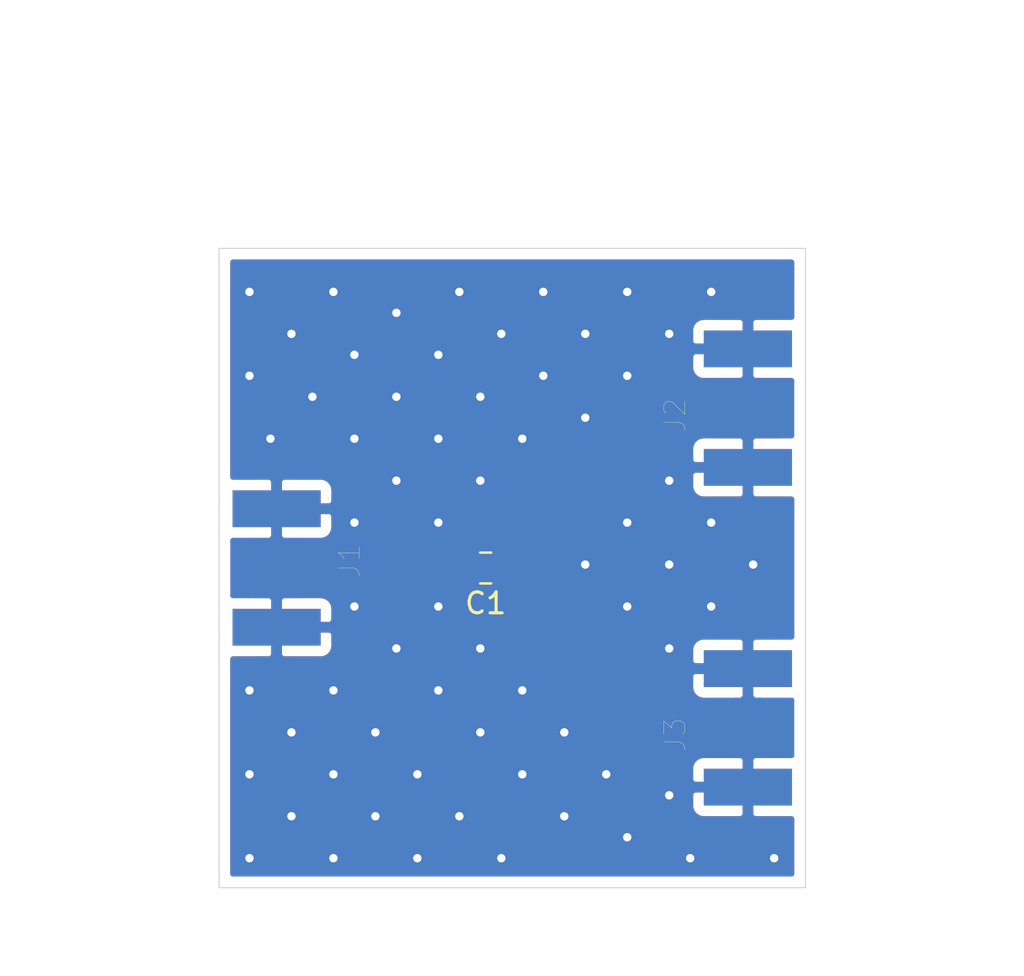
<source format=kicad_pcb>
(kicad_pcb (version 20171130) (host pcbnew "(5.1.9)-1")

  (general
    (thickness 1.6)
    (drawings 4)
    (tracks 71)
    (zones 0)
    (modules 4)
    (nets 4)
  )

  (page A4)
  (layers
    (0 F.Cu signal)
    (31 B.Cu signal)
    (32 B.Adhes user)
    (33 F.Adhes user)
    (34 B.Paste user)
    (35 F.Paste user)
    (36 B.SilkS user)
    (37 F.SilkS user)
    (38 B.Mask user)
    (39 F.Mask user)
    (40 Dwgs.User user)
    (41 Cmts.User user)
    (42 Eco1.User user)
    (43 Eco2.User user)
    (44 Edge.Cuts user)
    (45 Margin user)
    (46 B.CrtYd user)
    (47 F.CrtYd user)
    (48 B.Fab user)
    (49 F.Fab user)
  )

  (setup
    (last_trace_width 0.25)
    (user_trace_width 1)
    (trace_clearance 0.2)
    (zone_clearance 0.508)
    (zone_45_only no)
    (trace_min 0.2)
    (via_size 0.8)
    (via_drill 0.4)
    (via_min_size 0.4)
    (via_min_drill 0.3)
    (uvia_size 0.3)
    (uvia_drill 0.1)
    (uvias_allowed no)
    (uvia_min_size 0.2)
    (uvia_min_drill 0.1)
    (edge_width 0.05)
    (segment_width 0.2)
    (pcb_text_width 0.3)
    (pcb_text_size 1.5 1.5)
    (mod_edge_width 0.12)
    (mod_text_size 1 1)
    (mod_text_width 0.15)
    (pad_size 1.524 1.524)
    (pad_drill 0.762)
    (pad_to_mask_clearance 0)
    (aux_axis_origin 0 0)
    (visible_elements 7FFFFFFF)
    (pcbplotparams
      (layerselection 0x010fc_ffffffff)
      (usegerberextensions false)
      (usegerberattributes true)
      (usegerberadvancedattributes true)
      (creategerberjobfile true)
      (excludeedgelayer true)
      (linewidth 0.100000)
      (plotframeref false)
      (viasonmask false)
      (mode 1)
      (useauxorigin false)
      (hpglpennumber 1)
      (hpglpenspeed 20)
      (hpglpendiameter 15.000000)
      (psnegative false)
      (psa4output false)
      (plotreference true)
      (plotvalue true)
      (plotinvisibletext false)
      (padsonsilk false)
      (subtractmaskfromsilk false)
      (outputformat 1)
      (mirror false)
      (drillshape 1)
      (scaleselection 1)
      (outputdirectory ""))
  )

  (net 0 "")
  (net 1 GND)
  (net 2 "Net-(C1-Pad2)")
  (net 3 "Net-(C1-Pad1)")

  (net_class Default "This is the default net class."
    (clearance 0.2)
    (trace_width 0.25)
    (via_dia 0.8)
    (via_drill 0.4)
    (uvia_dia 0.3)
    (uvia_drill 0.1)
    (add_net GND)
    (add_net "Net-(C1-Pad1)")
    (add_net "Net-(C1-Pad2)")
  )

  (module AdditionalLibs:SAMTEC_SMA-J-P-H-ST-EM1 (layer F.Cu) (tedit 60249D12) (tstamp 605228E3)
    (at 134.62 81.28 90)
    (path /60526F1E)
    (fp_text reference J3 (at -0.34105 -3.66967 90) (layer F.SilkS)
      (effects (font (size 1 1) (thickness 0.015)))
    )
    (fp_text value SMA-J-P-H-ST-EM1 (at 11.20429 12.3677 90) (layer F.Fab)
      (effects (font (size 1 1) (thickness 0.015)))
    )
    (fp_text user PCB~EDGE (at 4.30403 1.70159 90) (layer F.Fab)
      (effects (font (size 0.48 0.48) (thickness 0.015)))
    )
    (fp_line (start 3.165 1.9) (end 3.165 11.42) (layer F.Fab) (width 0.1))
    (fp_line (start 3.165 11.42) (end -3.165 11.42) (layer F.Fab) (width 0.1))
    (fp_line (start -3.165 11.42) (end -3.165 1.9) (layer F.Fab) (width 0.1))
    (fp_line (start -5 1.9) (end -3.165 1.9) (layer F.Fab) (width 0.1))
    (fp_line (start -3.165 1.9) (end 3.165 1.9) (layer F.Fab) (width 0.1))
    (fp_line (start 3.165 1.9) (end 5 1.9) (layer F.Fab) (width 0.1))
    (fp_line (start -3.165 1.9) (end -3.175 -1.91) (layer F.Fab) (width 0.1))
    (fp_line (start -3.175 -1.91) (end 3.175 -1.91) (layer F.Fab) (width 0.1))
    (fp_line (start 3.175 -1.91) (end 3.165 1.9) (layer F.Fab) (width 0.1))
    (fp_line (start -3.75 -2.55) (end 3.75 -2.55) (layer F.CrtYd) (width 0.05))
    (fp_line (start 3.75 -2.55) (end 3.75 2.15) (layer F.CrtYd) (width 0.05))
    (fp_line (start 3.75 2.15) (end 3.415 2.15) (layer F.CrtYd) (width 0.05))
    (fp_line (start 3.415 2.15) (end 3.415 11.67) (layer F.CrtYd) (width 0.05))
    (fp_line (start 3.415 11.67) (end -3.415 11.67) (layer F.CrtYd) (width 0.05))
    (fp_line (start -3.415 11.67) (end -3.415 2.15) (layer F.CrtYd) (width 0.05))
    (fp_line (start -3.415 2.15) (end -3.75 2.15) (layer F.CrtYd) (width 0.05))
    (fp_line (start -3.75 2.15) (end -3.75 -2.55) (layer F.CrtYd) (width 0.05))
    (pad 3_2 smd rect (at 2.825 -0.2 90) (size 1.75 4.2) (layers B.Cu B.Paste B.Mask)
      (net 1 GND))
    (pad 2_2 smd rect (at -2.825 -0.2 90) (size 1.75 4.2) (layers B.Cu B.Paste B.Mask)
      (net 1 GND))
    (pad 3_1 smd rect (at 2.825 -0.2 90) (size 1.75 4.2) (layers F.Cu F.Paste F.Mask)
      (net 1 GND))
    (pad 2_1 smd rect (at -2.825 -0.2 90) (size 1.75 4.2) (layers F.Cu F.Paste F.Mask)
      (net 1 GND))
    (pad 1 smd rect (at 0 0 90) (size 1.27 3.6) (layers F.Cu F.Paste F.Mask)
      (net 3 "Net-(C1-Pad1)"))
  )

  (module AdditionalLibs:SAMTEC_SMA-J-P-H-ST-EM1 (layer F.Cu) (tedit 60249D12) (tstamp 605228C8)
    (at 134.62 66.04 90)
    (path /6052485F)
    (fp_text reference J2 (at -0.34105 -3.66967 90) (layer F.SilkS)
      (effects (font (size 1 1) (thickness 0.015)))
    )
    (fp_text value SMA-J-P-H-ST-EM1 (at 11.20429 12.3677 90) (layer F.Fab)
      (effects (font (size 1 1) (thickness 0.015)))
    )
    (fp_text user PCB~EDGE (at 4.30403 1.70159 90) (layer F.Fab)
      (effects (font (size 0.48 0.48) (thickness 0.015)))
    )
    (fp_line (start 3.165 1.9) (end 3.165 11.42) (layer F.Fab) (width 0.1))
    (fp_line (start 3.165 11.42) (end -3.165 11.42) (layer F.Fab) (width 0.1))
    (fp_line (start -3.165 11.42) (end -3.165 1.9) (layer F.Fab) (width 0.1))
    (fp_line (start -5 1.9) (end -3.165 1.9) (layer F.Fab) (width 0.1))
    (fp_line (start -3.165 1.9) (end 3.165 1.9) (layer F.Fab) (width 0.1))
    (fp_line (start 3.165 1.9) (end 5 1.9) (layer F.Fab) (width 0.1))
    (fp_line (start -3.165 1.9) (end -3.175 -1.91) (layer F.Fab) (width 0.1))
    (fp_line (start -3.175 -1.91) (end 3.175 -1.91) (layer F.Fab) (width 0.1))
    (fp_line (start 3.175 -1.91) (end 3.165 1.9) (layer F.Fab) (width 0.1))
    (fp_line (start -3.75 -2.55) (end 3.75 -2.55) (layer F.CrtYd) (width 0.05))
    (fp_line (start 3.75 -2.55) (end 3.75 2.15) (layer F.CrtYd) (width 0.05))
    (fp_line (start 3.75 2.15) (end 3.415 2.15) (layer F.CrtYd) (width 0.05))
    (fp_line (start 3.415 2.15) (end 3.415 11.67) (layer F.CrtYd) (width 0.05))
    (fp_line (start 3.415 11.67) (end -3.415 11.67) (layer F.CrtYd) (width 0.05))
    (fp_line (start -3.415 11.67) (end -3.415 2.15) (layer F.CrtYd) (width 0.05))
    (fp_line (start -3.415 2.15) (end -3.75 2.15) (layer F.CrtYd) (width 0.05))
    (fp_line (start -3.75 2.15) (end -3.75 -2.55) (layer F.CrtYd) (width 0.05))
    (pad 3_2 smd rect (at 2.825 -0.2 90) (size 1.75 4.2) (layers B.Cu B.Paste B.Mask)
      (net 1 GND))
    (pad 2_2 smd rect (at -2.825 -0.2 90) (size 1.75 4.2) (layers B.Cu B.Paste B.Mask)
      (net 1 GND))
    (pad 3_1 smd rect (at 2.825 -0.2 90) (size 1.75 4.2) (layers F.Cu F.Paste F.Mask)
      (net 1 GND))
    (pad 2_1 smd rect (at -2.825 -0.2 90) (size 1.75 4.2) (layers F.Cu F.Paste F.Mask)
      (net 1 GND))
    (pad 1 smd rect (at 0 0 90) (size 1.27 3.6) (layers F.Cu F.Paste F.Mask)
      (net 3 "Net-(C1-Pad1)"))
  )

  (module AdditionalLibs:SAMTEC_SMA-J-P-H-ST-EM1 (layer F.Cu) (tedit 60249D12) (tstamp 605228AD)
    (at 111.76 73.66 270)
    (path /6052297F)
    (fp_text reference J1 (at -0.34105 -3.66967 90) (layer F.SilkS)
      (effects (font (size 1 1) (thickness 0.015)))
    )
    (fp_text value SMA-J-P-H-ST-EM1 (at 11.20429 12.3677 90) (layer F.Fab)
      (effects (font (size 1 1) (thickness 0.015)))
    )
    (fp_text user PCB~EDGE (at 4.30403 1.70159 90) (layer F.Fab)
      (effects (font (size 0.48 0.48) (thickness 0.015)))
    )
    (fp_line (start 3.165 1.9) (end 3.165 11.42) (layer F.Fab) (width 0.1))
    (fp_line (start 3.165 11.42) (end -3.165 11.42) (layer F.Fab) (width 0.1))
    (fp_line (start -3.165 11.42) (end -3.165 1.9) (layer F.Fab) (width 0.1))
    (fp_line (start -5 1.9) (end -3.165 1.9) (layer F.Fab) (width 0.1))
    (fp_line (start -3.165 1.9) (end 3.165 1.9) (layer F.Fab) (width 0.1))
    (fp_line (start 3.165 1.9) (end 5 1.9) (layer F.Fab) (width 0.1))
    (fp_line (start -3.165 1.9) (end -3.175 -1.91) (layer F.Fab) (width 0.1))
    (fp_line (start -3.175 -1.91) (end 3.175 -1.91) (layer F.Fab) (width 0.1))
    (fp_line (start 3.175 -1.91) (end 3.165 1.9) (layer F.Fab) (width 0.1))
    (fp_line (start -3.75 -2.55) (end 3.75 -2.55) (layer F.CrtYd) (width 0.05))
    (fp_line (start 3.75 -2.55) (end 3.75 2.15) (layer F.CrtYd) (width 0.05))
    (fp_line (start 3.75 2.15) (end 3.415 2.15) (layer F.CrtYd) (width 0.05))
    (fp_line (start 3.415 2.15) (end 3.415 11.67) (layer F.CrtYd) (width 0.05))
    (fp_line (start 3.415 11.67) (end -3.415 11.67) (layer F.CrtYd) (width 0.05))
    (fp_line (start -3.415 11.67) (end -3.415 2.15) (layer F.CrtYd) (width 0.05))
    (fp_line (start -3.415 2.15) (end -3.75 2.15) (layer F.CrtYd) (width 0.05))
    (fp_line (start -3.75 2.15) (end -3.75 -2.55) (layer F.CrtYd) (width 0.05))
    (pad 3_2 smd rect (at 2.825 -0.2 270) (size 1.75 4.2) (layers B.Cu B.Paste B.Mask)
      (net 1 GND))
    (pad 2_2 smd rect (at -2.825 -0.2 270) (size 1.75 4.2) (layers B.Cu B.Paste B.Mask)
      (net 1 GND))
    (pad 3_1 smd rect (at 2.825 -0.2 270) (size 1.75 4.2) (layers F.Cu F.Paste F.Mask)
      (net 1 GND))
    (pad 2_1 smd rect (at -2.825 -0.2 270) (size 1.75 4.2) (layers F.Cu F.Paste F.Mask)
      (net 1 GND))
    (pad 1 smd rect (at 0 0 270) (size 1.27 3.6) (layers F.Cu F.Paste F.Mask)
      (net 2 "Net-(C1-Pad2)"))
  )

  (module Capacitor_SMD:C_0805_2012Metric (layer F.Cu) (tedit 5F68FEEE) (tstamp 60522FE3)
    (at 121.92 73.66 180)
    (descr "Capacitor SMD 0805 (2012 Metric), square (rectangular) end terminal, IPC_7351 nominal, (Body size source: IPC-SM-782 page 76, https://www.pcb-3d.com/wordpress/wp-content/uploads/ipc-sm-782a_amendment_1_and_2.pdf, https://docs.google.com/spreadsheets/d/1BsfQQcO9C6DZCsRaXUlFlo91Tg2WpOkGARC1WS5S8t0/edit?usp=sharing), generated with kicad-footprint-generator")
    (tags capacitor)
    (path /6053ED81)
    (attr smd)
    (fp_text reference C1 (at 0 -1.68) (layer F.SilkS)
      (effects (font (size 1 1) (thickness 0.15)))
    )
    (fp_text value C (at 0 1.68) (layer F.Fab)
      (effects (font (size 1 1) (thickness 0.15)))
    )
    (fp_line (start 1.7 0.98) (end -1.7 0.98) (layer F.CrtYd) (width 0.05))
    (fp_line (start 1.7 -0.98) (end 1.7 0.98) (layer F.CrtYd) (width 0.05))
    (fp_line (start -1.7 -0.98) (end 1.7 -0.98) (layer F.CrtYd) (width 0.05))
    (fp_line (start -1.7 0.98) (end -1.7 -0.98) (layer F.CrtYd) (width 0.05))
    (fp_line (start -0.261252 0.735) (end 0.261252 0.735) (layer F.SilkS) (width 0.12))
    (fp_line (start -0.261252 -0.735) (end 0.261252 -0.735) (layer F.SilkS) (width 0.12))
    (fp_line (start 1 0.625) (end -1 0.625) (layer F.Fab) (width 0.1))
    (fp_line (start 1 -0.625) (end 1 0.625) (layer F.Fab) (width 0.1))
    (fp_line (start -1 -0.625) (end 1 -0.625) (layer F.Fab) (width 0.1))
    (fp_line (start -1 0.625) (end -1 -0.625) (layer F.Fab) (width 0.1))
    (fp_text user %R (at 0 0) (layer F.Fab)
      (effects (font (size 0.5 0.5) (thickness 0.08)))
    )
    (pad 2 smd roundrect (at 0.95 0 180) (size 1 1.45) (layers F.Cu F.Paste F.Mask) (roundrect_rratio 0.25)
      (net 2 "Net-(C1-Pad2)"))
    (pad 1 smd roundrect (at -0.95 0 180) (size 1 1.45) (layers F.Cu F.Paste F.Mask) (roundrect_rratio 0.25)
      (net 3 "Net-(C1-Pad1)"))
    (model ${KISYS3DMOD}/Capacitor_SMD.3dshapes/C_0805_2012Metric.wrl
      (at (xyz 0 0 0))
      (scale (xyz 1 1 1))
      (rotate (xyz 0 0 0))
    )
  )

  (gr_line (start 109.22 88.9) (end 109.22 58.42) (layer Edge.Cuts) (width 0.05) (tstamp 605233A3))
  (gr_line (start 137.16 88.9) (end 109.22 88.9) (layer Edge.Cuts) (width 0.05))
  (gr_line (start 137.16 58.42) (end 137.16 88.9) (layer Edge.Cuts) (width 0.05))
  (gr_line (start 109.22 58.42) (end 137.16 58.42) (layer Edge.Cuts) (width 0.05))

  (via (at 110.66855 60.494876) (size 0.8) (drill 0.4) (layers F.Cu B.Cu) (net 1) (tstamp 21))
  (via (at 110.66855 64.494876) (size 0.8) (drill 0.4) (layers F.Cu B.Cu) (net 1) (tstamp 21))
  (via (at 110.66855 79.494876) (size 0.8) (drill 0.4) (layers F.Cu B.Cu) (net 1) (tstamp 21))
  (via (at 110.66855 83.494876) (size 0.8) (drill 0.4) (layers F.Cu B.Cu) (net 1) (tstamp 21))
  (via (at 110.66855 87.494876) (size 0.8) (drill 0.4) (layers F.Cu B.Cu) (net 1) (tstamp 21))
  (via (at 111.66855 67.494876) (size 0.8) (drill 0.4) (layers F.Cu B.Cu) (net 1) (tstamp 21))
  (via (at 112.66855 62.494876) (size 0.8) (drill 0.4) (layers F.Cu B.Cu) (net 1) (tstamp 21))
  (via (at 112.66855 81.494876) (size 0.8) (drill 0.4) (layers F.Cu B.Cu) (net 1) (tstamp 21))
  (via (at 112.66855 85.494876) (size 0.8) (drill 0.4) (layers F.Cu B.Cu) (net 1) (tstamp 21))
  (via (at 113.66855 65.494876) (size 0.8) (drill 0.4) (layers F.Cu B.Cu) (net 1) (tstamp 21))
  (via (at 114.66855 60.494876) (size 0.8) (drill 0.4) (layers F.Cu B.Cu) (net 1) (tstamp 21))
  (via (at 114.66855 79.494876) (size 0.8) (drill 0.4) (layers F.Cu B.Cu) (net 1) (tstamp 21))
  (via (at 114.66855 83.494876) (size 0.8) (drill 0.4) (layers F.Cu B.Cu) (net 1) (tstamp 21))
  (via (at 114.66855 87.494876) (size 0.8) (drill 0.4) (layers F.Cu B.Cu) (net 1) (tstamp 21))
  (via (at 115.66855 63.494876) (size 0.8) (drill 0.4) (layers F.Cu B.Cu) (net 1) (tstamp 21))
  (via (at 115.66855 67.494876) (size 0.8) (drill 0.4) (layers F.Cu B.Cu) (net 1) (tstamp 21))
  (via (at 115.66855 71.494876) (size 0.8) (drill 0.4) (layers F.Cu B.Cu) (net 1) (tstamp 21))
  (via (at 115.66855 75.494876) (size 0.8) (drill 0.4) (layers F.Cu B.Cu) (net 1) (tstamp 21))
  (via (at 116.66855 81.494876) (size 0.8) (drill 0.4) (layers F.Cu B.Cu) (net 1) (tstamp 21))
  (via (at 116.66855 85.494876) (size 0.8) (drill 0.4) (layers F.Cu B.Cu) (net 1) (tstamp 21))
  (via (at 117.66855 61.494876) (size 0.8) (drill 0.4) (layers F.Cu B.Cu) (net 1) (tstamp 21))
  (via (at 117.66855 65.494876) (size 0.8) (drill 0.4) (layers F.Cu B.Cu) (net 1) (tstamp 21))
  (via (at 117.66855 69.494876) (size 0.8) (drill 0.4) (layers F.Cu B.Cu) (net 1) (tstamp 21))
  (via (at 117.66855 77.494876) (size 0.8) (drill 0.4) (layers F.Cu B.Cu) (net 1) (tstamp 21))
  (via (at 118.66855 83.494876) (size 0.8) (drill 0.4) (layers F.Cu B.Cu) (net 1) (tstamp 21))
  (via (at 118.66855 87.494876) (size 0.8) (drill 0.4) (layers F.Cu B.Cu) (net 1) (tstamp 21))
  (via (at 119.66855 63.494876) (size 0.8) (drill 0.4) (layers F.Cu B.Cu) (net 1) (tstamp 21))
  (via (at 119.66855 67.494876) (size 0.8) (drill 0.4) (layers F.Cu B.Cu) (net 1) (tstamp 21))
  (via (at 119.66855 71.494876) (size 0.8) (drill 0.4) (layers F.Cu B.Cu) (net 1) (tstamp 21))
  (via (at 119.66855 75.494876) (size 0.8) (drill 0.4) (layers F.Cu B.Cu) (net 1) (tstamp 21))
  (via (at 119.66855 79.494876) (size 0.8) (drill 0.4) (layers F.Cu B.Cu) (net 1) (tstamp 21))
  (via (at 120.66855 60.494876) (size 0.8) (drill 0.4) (layers F.Cu B.Cu) (net 1) (tstamp 21))
  (via (at 120.66855 85.494876) (size 0.8) (drill 0.4) (layers F.Cu B.Cu) (net 1) (tstamp 21))
  (via (at 121.66855 65.494876) (size 0.8) (drill 0.4) (layers F.Cu B.Cu) (net 1) (tstamp 21))
  (via (at 121.66855 69.494876) (size 0.8) (drill 0.4) (layers F.Cu B.Cu) (net 1) (tstamp 21))
  (via (at 121.66855 77.494876) (size 0.8) (drill 0.4) (layers F.Cu B.Cu) (net 1) (tstamp 21))
  (via (at 121.66855 81.494876) (size 0.8) (drill 0.4) (layers F.Cu B.Cu) (net 1) (tstamp 21))
  (via (at 122.66855 62.494876) (size 0.8) (drill 0.4) (layers F.Cu B.Cu) (net 1) (tstamp 21))
  (via (at 122.66855 87.494876) (size 0.8) (drill 0.4) (layers F.Cu B.Cu) (net 1) (tstamp 21))
  (via (at 123.66855 67.494876) (size 0.8) (drill 0.4) (layers F.Cu B.Cu) (net 1) (tstamp 21))
  (via (at 123.66855 79.494876) (size 0.8) (drill 0.4) (layers F.Cu B.Cu) (net 1) (tstamp 21))
  (via (at 123.66855 83.494876) (size 0.8) (drill 0.4) (layers F.Cu B.Cu) (net 1) (tstamp 21))
  (via (at 124.66855 60.494876) (size 0.8) (drill 0.4) (layers F.Cu B.Cu) (net 1) (tstamp 21))
  (via (at 124.66855 64.494876) (size 0.8) (drill 0.4) (layers F.Cu B.Cu) (net 1) (tstamp 21))
  (via (at 125.66855 81.494876) (size 0.8) (drill 0.4) (layers F.Cu B.Cu) (net 1) (tstamp 21))
  (via (at 125.66855 85.494876) (size 0.8) (drill 0.4) (layers F.Cu B.Cu) (net 1) (tstamp 21))
  (via (at 126.66855 62.494876) (size 0.8) (drill 0.4) (layers F.Cu B.Cu) (net 1) (tstamp 21))
  (via (at 126.66855 66.494876) (size 0.8) (drill 0.4) (layers F.Cu B.Cu) (net 1) (tstamp 21))
  (via (at 126.66855 73.494876) (size 0.8) (drill 0.4) (layers F.Cu B.Cu) (net 1) (tstamp 21))
  (via (at 127.66855 83.494876) (size 0.8) (drill 0.4) (layers F.Cu B.Cu) (net 1) (tstamp 21))
  (via (at 128.66855 60.494876) (size 0.8) (drill 0.4) (layers F.Cu B.Cu) (net 1) (tstamp 21))
  (via (at 128.66855 64.494876) (size 0.8) (drill 0.4) (layers F.Cu B.Cu) (net 1) (tstamp 21))
  (via (at 128.66855 71.494876) (size 0.8) (drill 0.4) (layers F.Cu B.Cu) (net 1) (tstamp 21))
  (via (at 128.66855 75.494876) (size 0.8) (drill 0.4) (layers F.Cu B.Cu) (net 1) (tstamp 21))
  (via (at 128.66855 86.494876) (size 0.8) (drill 0.4) (layers F.Cu B.Cu) (net 1) (tstamp 21))
  (via (at 130.66855 62.494876) (size 0.8) (drill 0.4) (layers F.Cu B.Cu) (net 1) (tstamp 21))
  (via (at 130.66855 69.494876) (size 0.8) (drill 0.4) (layers F.Cu B.Cu) (net 1) (tstamp 21))
  (via (at 130.66855 73.494876) (size 0.8) (drill 0.4) (layers F.Cu B.Cu) (net 1) (tstamp 21))
  (via (at 130.66855 77.494876) (size 0.8) (drill 0.4) (layers F.Cu B.Cu) (net 1) (tstamp 21))
  (via (at 130.66855 84.494876) (size 0.8) (drill 0.4) (layers F.Cu B.Cu) (net 1) (tstamp 21))
  (via (at 131.66855 87.494876) (size 0.8) (drill 0.4) (layers F.Cu B.Cu) (net 1) (tstamp 21))
  (via (at 132.66855 60.494876) (size 0.8) (drill 0.4) (layers F.Cu B.Cu) (net 1) (tstamp 21))
  (via (at 132.66855 71.494876) (size 0.8) (drill 0.4) (layers F.Cu B.Cu) (net 1) (tstamp 21))
  (via (at 132.66855 75.494876) (size 0.8) (drill 0.4) (layers F.Cu B.Cu) (net 1) (tstamp 21))
  (via (at 134.66855 73.494876) (size 0.8) (drill 0.4) (layers F.Cu B.Cu) (net 1) (tstamp 21))
  (via (at 135.66855 87.494876) (size 0.8) (drill 0.4) (layers F.Cu B.Cu) (net 1) (tstamp 21))
  (segment (start 111.76 73.66) (end 120.65 73.66) (width 1) (layer F.Cu) (net 2))
  (segment (start 122.87 73.66) (end 130.49 66.04) (width 1) (layer F.Cu) (net 3))
  (segment (start 130.49 66.04) (end 135.89 66.04) (width 1) (layer F.Cu) (net 3))
  (segment (start 122.87 73.66) (end 130.49 81.28) (width 1) (layer F.Cu) (net 3))
  (segment (start 130.49 81.28) (end 135.89 81.28) (width 1) (layer F.Cu) (net 3))

  (zone (net 1) (net_name GND) (layer F.Cu) (tstamp 0) (hatch edge 0.508)
    (connect_pads (clearance 0.508))
    (min_thickness 0.254)
    (fill yes (arc_segments 32) (thermal_gap 0.508) (thermal_bridge_width 0.508))
    (polygon
      (pts
        (xy 137.16 88.9) (xy 109.22 88.9) (xy 109.22 58.42) (xy 137.16 58.42)
      )
    )
    (filled_polygon
      (pts
        (xy 121.992038 74.762962) (xy 122.126614 74.873405) (xy 122.28015 74.955472) (xy 122.446746 75.006008) (xy 122.62 75.023072)
        (xy 122.627941 75.023072) (xy 129.648009 82.043141) (xy 129.683551 82.086449) (xy 129.856377 82.228284) (xy 130.053553 82.333676)
        (xy 130.267501 82.398577) (xy 130.434248 82.415) (xy 130.434257 82.415) (xy 130.489999 82.42049) (xy 130.545741 82.415)
        (xy 132.428296 82.415) (xy 132.465506 82.445537) (xy 132.57582 82.504502) (xy 132.695518 82.540812) (xy 132.82 82.553072)
        (xy 136.42 82.553072) (xy 136.500001 82.545193) (xy 136.500001 82.591962) (xy 134.70575 82.595) (xy 134.547 82.75375)
        (xy 134.547 83.978) (xy 134.567 83.978) (xy 134.567 84.232) (xy 134.547 84.232) (xy 134.547 85.45625)
        (xy 134.70575 85.615) (xy 136.500001 85.618038) (xy 136.500001 88.24) (xy 109.88 88.24) (xy 109.88 84.98)
        (xy 131.681928 84.98) (xy 131.694188 85.104482) (xy 131.730498 85.22418) (xy 131.789463 85.334494) (xy 131.868815 85.431185)
        (xy 131.965506 85.510537) (xy 132.07582 85.569502) (xy 132.195518 85.605812) (xy 132.32 85.618072) (xy 134.13425 85.615)
        (xy 134.293 85.45625) (xy 134.293 84.232) (xy 131.84375 84.232) (xy 131.685 84.39075) (xy 131.681928 84.98)
        (xy 109.88 84.98) (xy 109.88 83.23) (xy 131.681928 83.23) (xy 131.685 83.81925) (xy 131.84375 83.978)
        (xy 134.293 83.978) (xy 134.293 82.75375) (xy 134.13425 82.595) (xy 132.32 82.591928) (xy 132.195518 82.604188)
        (xy 132.07582 82.640498) (xy 131.965506 82.699463) (xy 131.868815 82.778815) (xy 131.789463 82.875506) (xy 131.730498 82.98582)
        (xy 131.694188 83.105518) (xy 131.681928 83.23) (xy 109.88 83.23) (xy 109.88 77.998038) (xy 111.67425 77.995)
        (xy 111.833 77.83625) (xy 111.833 76.612) (xy 112.087 76.612) (xy 112.087 77.83625) (xy 112.24575 77.995)
        (xy 114.06 77.998072) (xy 114.184482 77.985812) (xy 114.30418 77.949502) (xy 114.414494 77.890537) (xy 114.511185 77.811185)
        (xy 114.590537 77.714494) (xy 114.649502 77.60418) (xy 114.685812 77.484482) (xy 114.698072 77.36) (xy 114.695 76.77075)
        (xy 114.53625 76.612) (xy 112.087 76.612) (xy 111.833 76.612) (xy 111.813 76.612) (xy 111.813 76.358)
        (xy 111.833 76.358) (xy 111.833 75.13375) (xy 112.087 75.13375) (xy 112.087 76.358) (xy 114.53625 76.358)
        (xy 114.695 76.19925) (xy 114.698072 75.61) (xy 114.685812 75.485518) (xy 114.649502 75.36582) (xy 114.590537 75.255506)
        (xy 114.511185 75.158815) (xy 114.414494 75.079463) (xy 114.30418 75.020498) (xy 114.184482 74.984188) (xy 114.06 74.971928)
        (xy 112.24575 74.975) (xy 112.087 75.13375) (xy 111.833 75.13375) (xy 111.67425 74.975) (xy 109.88 74.971962)
        (xy 109.88 74.925193) (xy 109.96 74.933072) (xy 113.56 74.933072) (xy 113.684482 74.920812) (xy 113.80418 74.884502)
        (xy 113.914494 74.825537) (xy 113.951704 74.795) (xy 120.131077 74.795) (xy 120.226614 74.873405) (xy 120.38015 74.955472)
        (xy 120.546746 75.006008) (xy 120.72 75.023072) (xy 121.22 75.023072) (xy 121.393254 75.006008) (xy 121.55985 74.955472)
        (xy 121.713386 74.873405) (xy 121.847962 74.762962) (xy 121.92 74.675183)
      )
    )
    (filled_polygon
      (pts
        (xy 132.465506 67.205537) (xy 132.57582 67.264502) (xy 132.695518 67.300812) (xy 132.82 67.313072) (xy 136.42 67.313072)
        (xy 136.5 67.305193) (xy 136.5 67.351962) (xy 134.70575 67.355) (xy 134.547 67.51375) (xy 134.547 68.738)
        (xy 134.567 68.738) (xy 134.567 68.992) (xy 134.547 68.992) (xy 134.547 70.21625) (xy 134.70575 70.375)
        (xy 136.5 70.378038) (xy 136.500001 76.941962) (xy 134.70575 76.945) (xy 134.547 77.10375) (xy 134.547 78.328)
        (xy 134.567 78.328) (xy 134.567 78.582) (xy 134.547 78.582) (xy 134.547 79.80625) (xy 134.70575 79.965)
        (xy 136.500001 79.968038) (xy 136.500001 80.014807) (xy 136.42 80.006928) (xy 132.82 80.006928) (xy 132.695518 80.019188)
        (xy 132.57582 80.055498) (xy 132.465506 80.114463) (xy 132.428296 80.145) (xy 130.960132 80.145) (xy 130.145132 79.33)
        (xy 131.681928 79.33) (xy 131.694188 79.454482) (xy 131.730498 79.57418) (xy 131.789463 79.684494) (xy 131.868815 79.781185)
        (xy 131.965506 79.860537) (xy 132.07582 79.919502) (xy 132.195518 79.955812) (xy 132.32 79.968072) (xy 134.13425 79.965)
        (xy 134.293 79.80625) (xy 134.293 78.582) (xy 131.84375 78.582) (xy 131.685 78.74075) (xy 131.681928 79.33)
        (xy 130.145132 79.33) (xy 128.395132 77.58) (xy 131.681928 77.58) (xy 131.685 78.16925) (xy 131.84375 78.328)
        (xy 134.293 78.328) (xy 134.293 77.10375) (xy 134.13425 76.945) (xy 132.32 76.941928) (xy 132.195518 76.954188)
        (xy 132.07582 76.990498) (xy 131.965506 77.049463) (xy 131.868815 77.128815) (xy 131.789463 77.225506) (xy 131.730498 77.33582)
        (xy 131.694188 77.455518) (xy 131.681928 77.58) (xy 128.395132 77.58) (xy 124.475131 73.66) (xy 128.395131 69.74)
        (xy 131.681928 69.74) (xy 131.694188 69.864482) (xy 131.730498 69.98418) (xy 131.789463 70.094494) (xy 131.868815 70.191185)
        (xy 131.965506 70.270537) (xy 132.07582 70.329502) (xy 132.195518 70.365812) (xy 132.32 70.378072) (xy 134.13425 70.375)
        (xy 134.293 70.21625) (xy 134.293 68.992) (xy 131.84375 68.992) (xy 131.685 69.15075) (xy 131.681928 69.74)
        (xy 128.395131 69.74) (xy 130.145131 67.99) (xy 131.681928 67.99) (xy 131.685 68.57925) (xy 131.84375 68.738)
        (xy 134.293 68.738) (xy 134.293 67.51375) (xy 134.13425 67.355) (xy 132.32 67.351928) (xy 132.195518 67.364188)
        (xy 132.07582 67.400498) (xy 131.965506 67.459463) (xy 131.868815 67.538815) (xy 131.789463 67.635506) (xy 131.730498 67.74582)
        (xy 131.694188 67.865518) (xy 131.681928 67.99) (xy 130.145131 67.99) (xy 130.960132 67.175) (xy 132.428296 67.175)
      )
    )
    (filled_polygon
      (pts
        (xy 136.5 61.701962) (xy 134.70575 61.705) (xy 134.547 61.86375) (xy 134.547 63.088) (xy 134.567 63.088)
        (xy 134.567 63.342) (xy 134.547 63.342) (xy 134.547 64.56625) (xy 134.70575 64.725) (xy 136.5 64.728038)
        (xy 136.5 64.774807) (xy 136.42 64.766928) (xy 132.82 64.766928) (xy 132.695518 64.779188) (xy 132.57582 64.815498)
        (xy 132.465506 64.874463) (xy 132.428296 64.905) (xy 130.545741 64.905) (xy 130.489999 64.89951) (xy 130.434257 64.905)
        (xy 130.434248 64.905) (xy 130.267501 64.921423) (xy 130.053553 64.986324) (xy 129.856377 65.091716) (xy 129.683551 65.233551)
        (xy 129.648009 65.276859) (xy 122.627941 72.296928) (xy 122.62 72.296928) (xy 122.446746 72.313992) (xy 122.28015 72.364528)
        (xy 122.126614 72.446595) (xy 121.992038 72.557038) (xy 121.92 72.644817) (xy 121.847962 72.557038) (xy 121.713386 72.446595)
        (xy 121.55985 72.364528) (xy 121.393254 72.313992) (xy 121.22 72.296928) (xy 120.72 72.296928) (xy 120.546746 72.313992)
        (xy 120.38015 72.364528) (xy 120.226614 72.446595) (xy 120.131077 72.525) (xy 113.951704 72.525) (xy 113.914494 72.494463)
        (xy 113.80418 72.435498) (xy 113.684482 72.399188) (xy 113.56 72.386928) (xy 109.96 72.386928) (xy 109.88 72.394807)
        (xy 109.88 72.348038) (xy 111.67425 72.345) (xy 111.833 72.18625) (xy 111.833 70.962) (xy 112.087 70.962)
        (xy 112.087 72.18625) (xy 112.24575 72.345) (xy 114.06 72.348072) (xy 114.184482 72.335812) (xy 114.30418 72.299502)
        (xy 114.414494 72.240537) (xy 114.511185 72.161185) (xy 114.590537 72.064494) (xy 114.649502 71.95418) (xy 114.685812 71.834482)
        (xy 114.698072 71.71) (xy 114.695 71.12075) (xy 114.53625 70.962) (xy 112.087 70.962) (xy 111.833 70.962)
        (xy 111.813 70.962) (xy 111.813 70.708) (xy 111.833 70.708) (xy 111.833 69.48375) (xy 112.087 69.48375)
        (xy 112.087 70.708) (xy 114.53625 70.708) (xy 114.695 70.54925) (xy 114.698072 69.96) (xy 114.685812 69.835518)
        (xy 114.649502 69.71582) (xy 114.590537 69.605506) (xy 114.511185 69.508815) (xy 114.414494 69.429463) (xy 114.30418 69.370498)
        (xy 114.184482 69.334188) (xy 114.06 69.321928) (xy 112.24575 69.325) (xy 112.087 69.48375) (xy 111.833 69.48375)
        (xy 111.67425 69.325) (xy 109.88 69.321962) (xy 109.88 64.09) (xy 131.681928 64.09) (xy 131.694188 64.214482)
        (xy 131.730498 64.33418) (xy 131.789463 64.444494) (xy 131.868815 64.541185) (xy 131.965506 64.620537) (xy 132.07582 64.679502)
        (xy 132.195518 64.715812) (xy 132.32 64.728072) (xy 134.13425 64.725) (xy 134.293 64.56625) (xy 134.293 63.342)
        (xy 131.84375 63.342) (xy 131.685 63.50075) (xy 131.681928 64.09) (xy 109.88 64.09) (xy 109.88 62.34)
        (xy 131.681928 62.34) (xy 131.685 62.92925) (xy 131.84375 63.088) (xy 134.293 63.088) (xy 134.293 61.86375)
        (xy 134.13425 61.705) (xy 132.32 61.701928) (xy 132.195518 61.714188) (xy 132.07582 61.750498) (xy 131.965506 61.809463)
        (xy 131.868815 61.888815) (xy 131.789463 61.985506) (xy 131.730498 62.09582) (xy 131.694188 62.215518) (xy 131.681928 62.34)
        (xy 109.88 62.34) (xy 109.88 59.08) (xy 136.5 59.08)
      )
    )
  )
  (zone (net 1) (net_name GND) (layer B.Cu) (tstamp 605232D3) (hatch edge 0.508)
    (connect_pads (clearance 0.508))
    (min_thickness 0.254)
    (fill yes (arc_segments 32) (thermal_gap 0.508) (thermal_bridge_width 0.508))
    (polygon
      (pts
        (xy 137.16 88.9) (xy 109.22 88.9) (xy 109.22 58.42) (xy 137.16 58.42)
      )
    )
    (filled_polygon
      (pts
        (xy 136.5 61.701962) (xy 134.70575 61.705) (xy 134.547 61.86375) (xy 134.547 63.088) (xy 134.567 63.088)
        (xy 134.567 63.342) (xy 134.547 63.342) (xy 134.547 64.56625) (xy 134.70575 64.725) (xy 136.5 64.728038)
        (xy 136.5 67.351962) (xy 134.70575 67.355) (xy 134.547 67.51375) (xy 134.547 68.738) (xy 134.567 68.738)
        (xy 134.567 68.992) (xy 134.547 68.992) (xy 134.547 70.21625) (xy 134.70575 70.375) (xy 136.5 70.378038)
        (xy 136.500001 76.941962) (xy 134.70575 76.945) (xy 134.547 77.10375) (xy 134.547 78.328) (xy 134.567 78.328)
        (xy 134.567 78.582) (xy 134.547 78.582) (xy 134.547 79.80625) (xy 134.70575 79.965) (xy 136.500001 79.968038)
        (xy 136.500001 82.591962) (xy 134.70575 82.595) (xy 134.547 82.75375) (xy 134.547 83.978) (xy 134.567 83.978)
        (xy 134.567 84.232) (xy 134.547 84.232) (xy 134.547 85.45625) (xy 134.70575 85.615) (xy 136.500001 85.618038)
        (xy 136.500001 88.24) (xy 109.88 88.24) (xy 109.88 84.98) (xy 131.681928 84.98) (xy 131.694188 85.104482)
        (xy 131.730498 85.22418) (xy 131.789463 85.334494) (xy 131.868815 85.431185) (xy 131.965506 85.510537) (xy 132.07582 85.569502)
        (xy 132.195518 85.605812) (xy 132.32 85.618072) (xy 134.13425 85.615) (xy 134.293 85.45625) (xy 134.293 84.232)
        (xy 131.84375 84.232) (xy 131.685 84.39075) (xy 131.681928 84.98) (xy 109.88 84.98) (xy 109.88 83.23)
        (xy 131.681928 83.23) (xy 131.685 83.81925) (xy 131.84375 83.978) (xy 134.293 83.978) (xy 134.293 82.75375)
        (xy 134.13425 82.595) (xy 132.32 82.591928) (xy 132.195518 82.604188) (xy 132.07582 82.640498) (xy 131.965506 82.699463)
        (xy 131.868815 82.778815) (xy 131.789463 82.875506) (xy 131.730498 82.98582) (xy 131.694188 83.105518) (xy 131.681928 83.23)
        (xy 109.88 83.23) (xy 109.88 79.33) (xy 131.681928 79.33) (xy 131.694188 79.454482) (xy 131.730498 79.57418)
        (xy 131.789463 79.684494) (xy 131.868815 79.781185) (xy 131.965506 79.860537) (xy 132.07582 79.919502) (xy 132.195518 79.955812)
        (xy 132.32 79.968072) (xy 134.13425 79.965) (xy 134.293 79.80625) (xy 134.293 78.582) (xy 131.84375 78.582)
        (xy 131.685 78.74075) (xy 131.681928 79.33) (xy 109.88 79.33) (xy 109.88 77.998038) (xy 111.67425 77.995)
        (xy 111.833 77.83625) (xy 111.833 76.612) (xy 112.087 76.612) (xy 112.087 77.83625) (xy 112.24575 77.995)
        (xy 114.06 77.998072) (xy 114.184482 77.985812) (xy 114.30418 77.949502) (xy 114.414494 77.890537) (xy 114.511185 77.811185)
        (xy 114.590537 77.714494) (xy 114.649502 77.60418) (xy 114.656836 77.58) (xy 131.681928 77.58) (xy 131.685 78.16925)
        (xy 131.84375 78.328) (xy 134.293 78.328) (xy 134.293 77.10375) (xy 134.13425 76.945) (xy 132.32 76.941928)
        (xy 132.195518 76.954188) (xy 132.07582 76.990498) (xy 131.965506 77.049463) (xy 131.868815 77.128815) (xy 131.789463 77.225506)
        (xy 131.730498 77.33582) (xy 131.694188 77.455518) (xy 131.681928 77.58) (xy 114.656836 77.58) (xy 114.685812 77.484482)
        (xy 114.698072 77.36) (xy 114.695 76.77075) (xy 114.53625 76.612) (xy 112.087 76.612) (xy 111.833 76.612)
        (xy 111.813 76.612) (xy 111.813 76.358) (xy 111.833 76.358) (xy 111.833 75.13375) (xy 112.087 75.13375)
        (xy 112.087 76.358) (xy 114.53625 76.358) (xy 114.695 76.19925) (xy 114.698072 75.61) (xy 114.685812 75.485518)
        (xy 114.649502 75.36582) (xy 114.590537 75.255506) (xy 114.511185 75.158815) (xy 114.414494 75.079463) (xy 114.30418 75.020498)
        (xy 114.184482 74.984188) (xy 114.06 74.971928) (xy 112.24575 74.975) (xy 112.087 75.13375) (xy 111.833 75.13375)
        (xy 111.67425 74.975) (xy 109.88 74.971962) (xy 109.88 72.348038) (xy 111.67425 72.345) (xy 111.833 72.18625)
        (xy 111.833 70.962) (xy 112.087 70.962) (xy 112.087 72.18625) (xy 112.24575 72.345) (xy 114.06 72.348072)
        (xy 114.184482 72.335812) (xy 114.30418 72.299502) (xy 114.414494 72.240537) (xy 114.511185 72.161185) (xy 114.590537 72.064494)
        (xy 114.649502 71.95418) (xy 114.685812 71.834482) (xy 114.698072 71.71) (xy 114.695 71.12075) (xy 114.53625 70.962)
        (xy 112.087 70.962) (xy 111.833 70.962) (xy 111.813 70.962) (xy 111.813 70.708) (xy 111.833 70.708)
        (xy 111.833 69.48375) (xy 112.087 69.48375) (xy 112.087 70.708) (xy 114.53625 70.708) (xy 114.695 70.54925)
        (xy 114.698072 69.96) (xy 114.685812 69.835518) (xy 114.656837 69.74) (xy 131.681928 69.74) (xy 131.694188 69.864482)
        (xy 131.730498 69.98418) (xy 131.789463 70.094494) (xy 131.868815 70.191185) (xy 131.965506 70.270537) (xy 132.07582 70.329502)
        (xy 132.195518 70.365812) (xy 132.32 70.378072) (xy 134.13425 70.375) (xy 134.293 70.21625) (xy 134.293 68.992)
        (xy 131.84375 68.992) (xy 131.685 69.15075) (xy 131.681928 69.74) (xy 114.656837 69.74) (xy 114.649502 69.71582)
        (xy 114.590537 69.605506) (xy 114.511185 69.508815) (xy 114.414494 69.429463) (xy 114.30418 69.370498) (xy 114.184482 69.334188)
        (xy 114.06 69.321928) (xy 112.24575 69.325) (xy 112.087 69.48375) (xy 111.833 69.48375) (xy 111.67425 69.325)
        (xy 109.88 69.321962) (xy 109.88 67.99) (xy 131.681928 67.99) (xy 131.685 68.57925) (xy 131.84375 68.738)
        (xy 134.293 68.738) (xy 134.293 67.51375) (xy 134.13425 67.355) (xy 132.32 67.351928) (xy 132.195518 67.364188)
        (xy 132.07582 67.400498) (xy 131.965506 67.459463) (xy 131.868815 67.538815) (xy 131.789463 67.635506) (xy 131.730498 67.74582)
        (xy 131.694188 67.865518) (xy 131.681928 67.99) (xy 109.88 67.99) (xy 109.88 64.09) (xy 131.681928 64.09)
        (xy 131.694188 64.214482) (xy 131.730498 64.33418) (xy 131.789463 64.444494) (xy 131.868815 64.541185) (xy 131.965506 64.620537)
        (xy 132.07582 64.679502) (xy 132.195518 64.715812) (xy 132.32 64.728072) (xy 134.13425 64.725) (xy 134.293 64.56625)
        (xy 134.293 63.342) (xy 131.84375 63.342) (xy 131.685 63.50075) (xy 131.681928 64.09) (xy 109.88 64.09)
        (xy 109.88 62.34) (xy 131.681928 62.34) (xy 131.685 62.92925) (xy 131.84375 63.088) (xy 134.293 63.088)
        (xy 134.293 61.86375) (xy 134.13425 61.705) (xy 132.32 61.701928) (xy 132.195518 61.714188) (xy 132.07582 61.750498)
        (xy 131.965506 61.809463) (xy 131.868815 61.888815) (xy 131.789463 61.985506) (xy 131.730498 62.09582) (xy 131.694188 62.215518)
        (xy 131.681928 62.34) (xy 109.88 62.34) (xy 109.88 59.08) (xy 136.5 59.08)
      )
    )
  )
)

</source>
